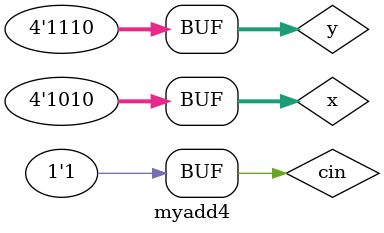
<source format=v>
`timescale 1ns / 1ps


module myadd4;

	// Inputs
	reg [3:0] x;
	reg [3:0] y;
	reg cin;

	// Outputs
	wire [3:0] sum;
	wire cout;

	// Instantiate the Unit Under Test (UUT)
	myadd uut (
		.x(x), 
		.y(y), 
		.cin(cin), 
		.sum(sum), 
		.cout(cout)
	);

	initial begin
		// Initialize Inputs
		x = 0;
		y = 0;
		cin = 0;

		// Wait 100 ns for global reset to finish
		#100;
      x = 15;
		y = 15;
		cin = 0;
		
		#30;
      x = 12;
		y = 9;
		cin = 0;
		
		#30;
      x = 7;
		y = 11;
		cin = 0;
		
		#30;
      x = 15;
		y = 15;
		cin = 1;
		
		#30;
      x = 5;
		y = 6;
		cin = 1;
		
		#30;
      x = 7;
		y = 11;
		cin = 1;
		
		#30;
      x = 14;
		y = 4;
		cin = 1;
		
		#30;
      x = 2;
		y = 9;
		cin = 1;
		
		#30;
      x = 13;
		y = 3;
		cin = 1;
		
		#30;
      x = 10;
		y = 14;
		cin = 1;
		// Add stimulus here

	end
      
endmodule


</source>
